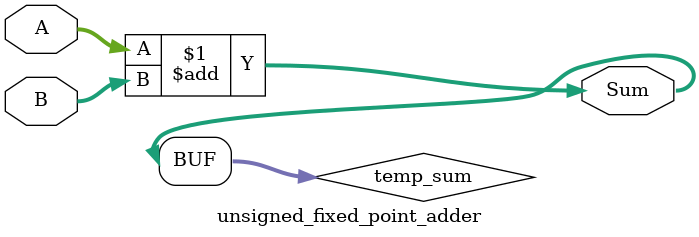
<source format=v>
module unsigned_fixed_point_adder(
    input [3:0] A,           // 4-bit fixed-point input A (XX.YY)
    input [3:0] B,           // 4-bit fixed-point input B (XX.YY)
    output [4:0] Sum         // 5-bit output Sum to accommodate overflow
);

    wire [4:0] temp_sum;     // 5-bit temporary sum to capture the result

    assign temp_sum = A + B; // Perform addition
    assign Sum = temp_sum;   // Assign the result to output Sum

endmodule

</source>
